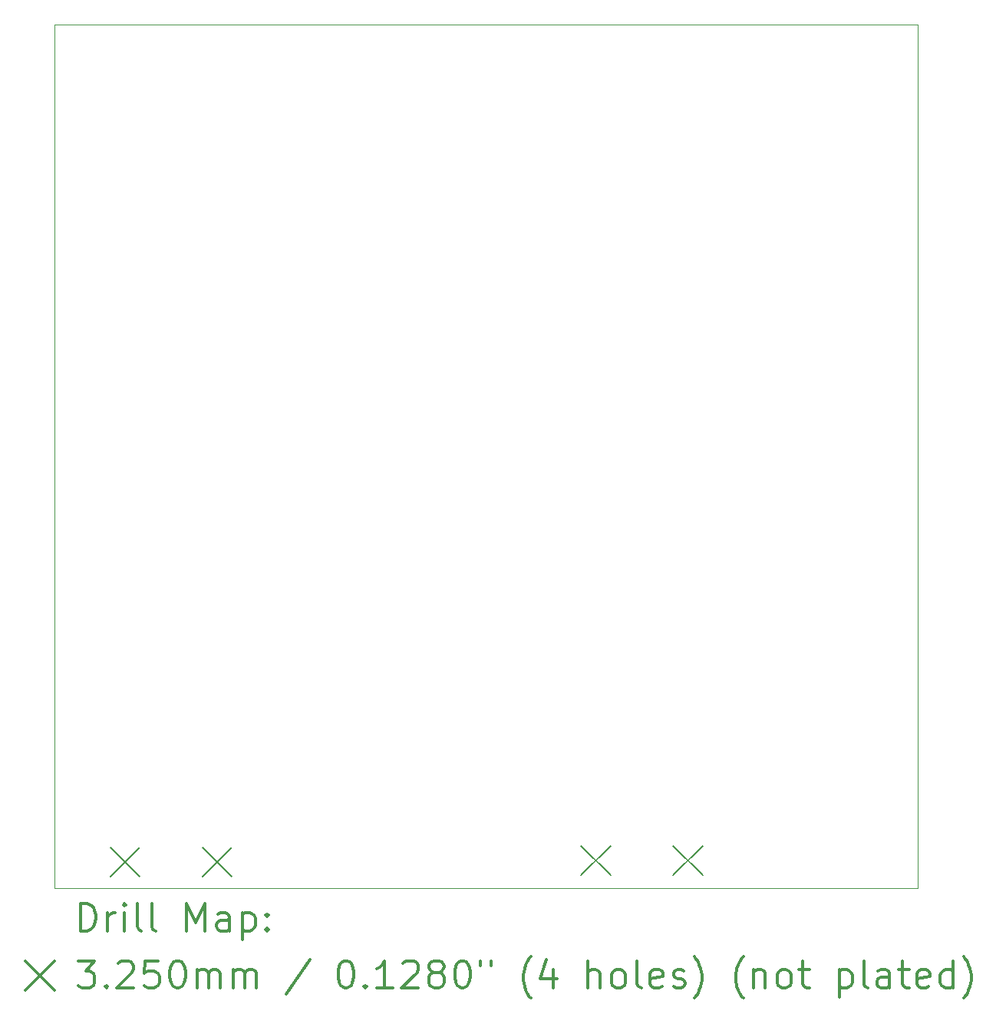
<source format=gbr>
%FSLAX45Y45*%
G04 Gerber Fmt 4.5, Leading zero omitted, Abs format (unit mm)*
G04 Created by KiCad (PCBNEW 5.99.0+really5.1.12+dfsg1-1~bpo11+1) date 2021-12-25 19:54:28*
%MOMM*%
%LPD*%
G01*
G04 APERTURE LIST*
%TA.AperFunction,Profile*%
%ADD10C,0.050000*%
%TD*%
%ADD11C,0.200000*%
%ADD12C,0.300000*%
G04 APERTURE END LIST*
D10*
X12700000Y-14605000D02*
X12700000Y-5080000D01*
X22225000Y-14605000D02*
X12700000Y-14605000D01*
X22225000Y-5080000D02*
X22225000Y-14605000D01*
X12700000Y-5080000D02*
X22225000Y-5080000D01*
D11*
X13311700Y-14150400D02*
X13636700Y-14475400D01*
X13636700Y-14150400D02*
X13311700Y-14475400D01*
X14327700Y-14150400D02*
X14652700Y-14475400D01*
X14652700Y-14150400D02*
X14327700Y-14475400D01*
X18506000Y-14137700D02*
X18831000Y-14462700D01*
X18831000Y-14137700D02*
X18506000Y-14462700D01*
X19522000Y-14137700D02*
X19847000Y-14462700D01*
X19847000Y-14137700D02*
X19522000Y-14462700D01*
D12*
X12983928Y-15073214D02*
X12983928Y-14773214D01*
X13055357Y-14773214D01*
X13098214Y-14787500D01*
X13126786Y-14816071D01*
X13141071Y-14844643D01*
X13155357Y-14901786D01*
X13155357Y-14944643D01*
X13141071Y-15001786D01*
X13126786Y-15030357D01*
X13098214Y-15058929D01*
X13055357Y-15073214D01*
X12983928Y-15073214D01*
X13283928Y-15073214D02*
X13283928Y-14873214D01*
X13283928Y-14930357D02*
X13298214Y-14901786D01*
X13312500Y-14887500D01*
X13341071Y-14873214D01*
X13369643Y-14873214D01*
X13469643Y-15073214D02*
X13469643Y-14873214D01*
X13469643Y-14773214D02*
X13455357Y-14787500D01*
X13469643Y-14801786D01*
X13483928Y-14787500D01*
X13469643Y-14773214D01*
X13469643Y-14801786D01*
X13655357Y-15073214D02*
X13626786Y-15058929D01*
X13612500Y-15030357D01*
X13612500Y-14773214D01*
X13812500Y-15073214D02*
X13783928Y-15058929D01*
X13769643Y-15030357D01*
X13769643Y-14773214D01*
X14155357Y-15073214D02*
X14155357Y-14773214D01*
X14255357Y-14987500D01*
X14355357Y-14773214D01*
X14355357Y-15073214D01*
X14626786Y-15073214D02*
X14626786Y-14916071D01*
X14612500Y-14887500D01*
X14583928Y-14873214D01*
X14526786Y-14873214D01*
X14498214Y-14887500D01*
X14626786Y-15058929D02*
X14598214Y-15073214D01*
X14526786Y-15073214D01*
X14498214Y-15058929D01*
X14483928Y-15030357D01*
X14483928Y-15001786D01*
X14498214Y-14973214D01*
X14526786Y-14958929D01*
X14598214Y-14958929D01*
X14626786Y-14944643D01*
X14769643Y-14873214D02*
X14769643Y-15173214D01*
X14769643Y-14887500D02*
X14798214Y-14873214D01*
X14855357Y-14873214D01*
X14883928Y-14887500D01*
X14898214Y-14901786D01*
X14912500Y-14930357D01*
X14912500Y-15016071D01*
X14898214Y-15044643D01*
X14883928Y-15058929D01*
X14855357Y-15073214D01*
X14798214Y-15073214D01*
X14769643Y-15058929D01*
X15041071Y-15044643D02*
X15055357Y-15058929D01*
X15041071Y-15073214D01*
X15026786Y-15058929D01*
X15041071Y-15044643D01*
X15041071Y-15073214D01*
X15041071Y-14887500D02*
X15055357Y-14901786D01*
X15041071Y-14916071D01*
X15026786Y-14901786D01*
X15041071Y-14887500D01*
X15041071Y-14916071D01*
X12372500Y-15405000D02*
X12697500Y-15730000D01*
X12697500Y-15405000D02*
X12372500Y-15730000D01*
X12955357Y-15403214D02*
X13141071Y-15403214D01*
X13041071Y-15517500D01*
X13083928Y-15517500D01*
X13112500Y-15531786D01*
X13126786Y-15546071D01*
X13141071Y-15574643D01*
X13141071Y-15646071D01*
X13126786Y-15674643D01*
X13112500Y-15688929D01*
X13083928Y-15703214D01*
X12998214Y-15703214D01*
X12969643Y-15688929D01*
X12955357Y-15674643D01*
X13269643Y-15674643D02*
X13283928Y-15688929D01*
X13269643Y-15703214D01*
X13255357Y-15688929D01*
X13269643Y-15674643D01*
X13269643Y-15703214D01*
X13398214Y-15431786D02*
X13412500Y-15417500D01*
X13441071Y-15403214D01*
X13512500Y-15403214D01*
X13541071Y-15417500D01*
X13555357Y-15431786D01*
X13569643Y-15460357D01*
X13569643Y-15488929D01*
X13555357Y-15531786D01*
X13383928Y-15703214D01*
X13569643Y-15703214D01*
X13841071Y-15403214D02*
X13698214Y-15403214D01*
X13683928Y-15546071D01*
X13698214Y-15531786D01*
X13726786Y-15517500D01*
X13798214Y-15517500D01*
X13826786Y-15531786D01*
X13841071Y-15546071D01*
X13855357Y-15574643D01*
X13855357Y-15646071D01*
X13841071Y-15674643D01*
X13826786Y-15688929D01*
X13798214Y-15703214D01*
X13726786Y-15703214D01*
X13698214Y-15688929D01*
X13683928Y-15674643D01*
X14041071Y-15403214D02*
X14069643Y-15403214D01*
X14098214Y-15417500D01*
X14112500Y-15431786D01*
X14126786Y-15460357D01*
X14141071Y-15517500D01*
X14141071Y-15588929D01*
X14126786Y-15646071D01*
X14112500Y-15674643D01*
X14098214Y-15688929D01*
X14069643Y-15703214D01*
X14041071Y-15703214D01*
X14012500Y-15688929D01*
X13998214Y-15674643D01*
X13983928Y-15646071D01*
X13969643Y-15588929D01*
X13969643Y-15517500D01*
X13983928Y-15460357D01*
X13998214Y-15431786D01*
X14012500Y-15417500D01*
X14041071Y-15403214D01*
X14269643Y-15703214D02*
X14269643Y-15503214D01*
X14269643Y-15531786D02*
X14283928Y-15517500D01*
X14312500Y-15503214D01*
X14355357Y-15503214D01*
X14383928Y-15517500D01*
X14398214Y-15546071D01*
X14398214Y-15703214D01*
X14398214Y-15546071D02*
X14412500Y-15517500D01*
X14441071Y-15503214D01*
X14483928Y-15503214D01*
X14512500Y-15517500D01*
X14526786Y-15546071D01*
X14526786Y-15703214D01*
X14669643Y-15703214D02*
X14669643Y-15503214D01*
X14669643Y-15531786D02*
X14683928Y-15517500D01*
X14712500Y-15503214D01*
X14755357Y-15503214D01*
X14783928Y-15517500D01*
X14798214Y-15546071D01*
X14798214Y-15703214D01*
X14798214Y-15546071D02*
X14812500Y-15517500D01*
X14841071Y-15503214D01*
X14883928Y-15503214D01*
X14912500Y-15517500D01*
X14926786Y-15546071D01*
X14926786Y-15703214D01*
X15512500Y-15388929D02*
X15255357Y-15774643D01*
X15898214Y-15403214D02*
X15926786Y-15403214D01*
X15955357Y-15417500D01*
X15969643Y-15431786D01*
X15983928Y-15460357D01*
X15998214Y-15517500D01*
X15998214Y-15588929D01*
X15983928Y-15646071D01*
X15969643Y-15674643D01*
X15955357Y-15688929D01*
X15926786Y-15703214D01*
X15898214Y-15703214D01*
X15869643Y-15688929D01*
X15855357Y-15674643D01*
X15841071Y-15646071D01*
X15826786Y-15588929D01*
X15826786Y-15517500D01*
X15841071Y-15460357D01*
X15855357Y-15431786D01*
X15869643Y-15417500D01*
X15898214Y-15403214D01*
X16126786Y-15674643D02*
X16141071Y-15688929D01*
X16126786Y-15703214D01*
X16112500Y-15688929D01*
X16126786Y-15674643D01*
X16126786Y-15703214D01*
X16426786Y-15703214D02*
X16255357Y-15703214D01*
X16341071Y-15703214D02*
X16341071Y-15403214D01*
X16312500Y-15446071D01*
X16283928Y-15474643D01*
X16255357Y-15488929D01*
X16541071Y-15431786D02*
X16555357Y-15417500D01*
X16583928Y-15403214D01*
X16655357Y-15403214D01*
X16683928Y-15417500D01*
X16698214Y-15431786D01*
X16712500Y-15460357D01*
X16712500Y-15488929D01*
X16698214Y-15531786D01*
X16526786Y-15703214D01*
X16712500Y-15703214D01*
X16883928Y-15531786D02*
X16855357Y-15517500D01*
X16841071Y-15503214D01*
X16826786Y-15474643D01*
X16826786Y-15460357D01*
X16841071Y-15431786D01*
X16855357Y-15417500D01*
X16883928Y-15403214D01*
X16941071Y-15403214D01*
X16969643Y-15417500D01*
X16983928Y-15431786D01*
X16998214Y-15460357D01*
X16998214Y-15474643D01*
X16983928Y-15503214D01*
X16969643Y-15517500D01*
X16941071Y-15531786D01*
X16883928Y-15531786D01*
X16855357Y-15546071D01*
X16841071Y-15560357D01*
X16826786Y-15588929D01*
X16826786Y-15646071D01*
X16841071Y-15674643D01*
X16855357Y-15688929D01*
X16883928Y-15703214D01*
X16941071Y-15703214D01*
X16969643Y-15688929D01*
X16983928Y-15674643D01*
X16998214Y-15646071D01*
X16998214Y-15588929D01*
X16983928Y-15560357D01*
X16969643Y-15546071D01*
X16941071Y-15531786D01*
X17183928Y-15403214D02*
X17212500Y-15403214D01*
X17241071Y-15417500D01*
X17255357Y-15431786D01*
X17269643Y-15460357D01*
X17283928Y-15517500D01*
X17283928Y-15588929D01*
X17269643Y-15646071D01*
X17255357Y-15674643D01*
X17241071Y-15688929D01*
X17212500Y-15703214D01*
X17183928Y-15703214D01*
X17155357Y-15688929D01*
X17141071Y-15674643D01*
X17126786Y-15646071D01*
X17112500Y-15588929D01*
X17112500Y-15517500D01*
X17126786Y-15460357D01*
X17141071Y-15431786D01*
X17155357Y-15417500D01*
X17183928Y-15403214D01*
X17398214Y-15403214D02*
X17398214Y-15460357D01*
X17512500Y-15403214D02*
X17512500Y-15460357D01*
X17955357Y-15817500D02*
X17941071Y-15803214D01*
X17912500Y-15760357D01*
X17898214Y-15731786D01*
X17883928Y-15688929D01*
X17869643Y-15617500D01*
X17869643Y-15560357D01*
X17883928Y-15488929D01*
X17898214Y-15446071D01*
X17912500Y-15417500D01*
X17941071Y-15374643D01*
X17955357Y-15360357D01*
X18198214Y-15503214D02*
X18198214Y-15703214D01*
X18126786Y-15388929D02*
X18055357Y-15603214D01*
X18241071Y-15603214D01*
X18583928Y-15703214D02*
X18583928Y-15403214D01*
X18712500Y-15703214D02*
X18712500Y-15546071D01*
X18698214Y-15517500D01*
X18669643Y-15503214D01*
X18626786Y-15503214D01*
X18598214Y-15517500D01*
X18583928Y-15531786D01*
X18898214Y-15703214D02*
X18869643Y-15688929D01*
X18855357Y-15674643D01*
X18841071Y-15646071D01*
X18841071Y-15560357D01*
X18855357Y-15531786D01*
X18869643Y-15517500D01*
X18898214Y-15503214D01*
X18941071Y-15503214D01*
X18969643Y-15517500D01*
X18983928Y-15531786D01*
X18998214Y-15560357D01*
X18998214Y-15646071D01*
X18983928Y-15674643D01*
X18969643Y-15688929D01*
X18941071Y-15703214D01*
X18898214Y-15703214D01*
X19169643Y-15703214D02*
X19141071Y-15688929D01*
X19126786Y-15660357D01*
X19126786Y-15403214D01*
X19398214Y-15688929D02*
X19369643Y-15703214D01*
X19312500Y-15703214D01*
X19283928Y-15688929D01*
X19269643Y-15660357D01*
X19269643Y-15546071D01*
X19283928Y-15517500D01*
X19312500Y-15503214D01*
X19369643Y-15503214D01*
X19398214Y-15517500D01*
X19412500Y-15546071D01*
X19412500Y-15574643D01*
X19269643Y-15603214D01*
X19526786Y-15688929D02*
X19555357Y-15703214D01*
X19612500Y-15703214D01*
X19641071Y-15688929D01*
X19655357Y-15660357D01*
X19655357Y-15646071D01*
X19641071Y-15617500D01*
X19612500Y-15603214D01*
X19569643Y-15603214D01*
X19541071Y-15588929D01*
X19526786Y-15560357D01*
X19526786Y-15546071D01*
X19541071Y-15517500D01*
X19569643Y-15503214D01*
X19612500Y-15503214D01*
X19641071Y-15517500D01*
X19755357Y-15817500D02*
X19769643Y-15803214D01*
X19798214Y-15760357D01*
X19812500Y-15731786D01*
X19826786Y-15688929D01*
X19841071Y-15617500D01*
X19841071Y-15560357D01*
X19826786Y-15488929D01*
X19812500Y-15446071D01*
X19798214Y-15417500D01*
X19769643Y-15374643D01*
X19755357Y-15360357D01*
X20298214Y-15817500D02*
X20283928Y-15803214D01*
X20255357Y-15760357D01*
X20241071Y-15731786D01*
X20226786Y-15688929D01*
X20212500Y-15617500D01*
X20212500Y-15560357D01*
X20226786Y-15488929D01*
X20241071Y-15446071D01*
X20255357Y-15417500D01*
X20283928Y-15374643D01*
X20298214Y-15360357D01*
X20412500Y-15503214D02*
X20412500Y-15703214D01*
X20412500Y-15531786D02*
X20426786Y-15517500D01*
X20455357Y-15503214D01*
X20498214Y-15503214D01*
X20526786Y-15517500D01*
X20541071Y-15546071D01*
X20541071Y-15703214D01*
X20726786Y-15703214D02*
X20698214Y-15688929D01*
X20683928Y-15674643D01*
X20669643Y-15646071D01*
X20669643Y-15560357D01*
X20683928Y-15531786D01*
X20698214Y-15517500D01*
X20726786Y-15503214D01*
X20769643Y-15503214D01*
X20798214Y-15517500D01*
X20812500Y-15531786D01*
X20826786Y-15560357D01*
X20826786Y-15646071D01*
X20812500Y-15674643D01*
X20798214Y-15688929D01*
X20769643Y-15703214D01*
X20726786Y-15703214D01*
X20912500Y-15503214D02*
X21026786Y-15503214D01*
X20955357Y-15403214D02*
X20955357Y-15660357D01*
X20969643Y-15688929D01*
X20998214Y-15703214D01*
X21026786Y-15703214D01*
X21355357Y-15503214D02*
X21355357Y-15803214D01*
X21355357Y-15517500D02*
X21383928Y-15503214D01*
X21441071Y-15503214D01*
X21469643Y-15517500D01*
X21483928Y-15531786D01*
X21498214Y-15560357D01*
X21498214Y-15646071D01*
X21483928Y-15674643D01*
X21469643Y-15688929D01*
X21441071Y-15703214D01*
X21383928Y-15703214D01*
X21355357Y-15688929D01*
X21669643Y-15703214D02*
X21641071Y-15688929D01*
X21626786Y-15660357D01*
X21626786Y-15403214D01*
X21912500Y-15703214D02*
X21912500Y-15546071D01*
X21898214Y-15517500D01*
X21869643Y-15503214D01*
X21812500Y-15503214D01*
X21783928Y-15517500D01*
X21912500Y-15688929D02*
X21883928Y-15703214D01*
X21812500Y-15703214D01*
X21783928Y-15688929D01*
X21769643Y-15660357D01*
X21769643Y-15631786D01*
X21783928Y-15603214D01*
X21812500Y-15588929D01*
X21883928Y-15588929D01*
X21912500Y-15574643D01*
X22012500Y-15503214D02*
X22126786Y-15503214D01*
X22055357Y-15403214D02*
X22055357Y-15660357D01*
X22069643Y-15688929D01*
X22098214Y-15703214D01*
X22126786Y-15703214D01*
X22341071Y-15688929D02*
X22312500Y-15703214D01*
X22255357Y-15703214D01*
X22226786Y-15688929D01*
X22212500Y-15660357D01*
X22212500Y-15546071D01*
X22226786Y-15517500D01*
X22255357Y-15503214D01*
X22312500Y-15503214D01*
X22341071Y-15517500D01*
X22355357Y-15546071D01*
X22355357Y-15574643D01*
X22212500Y-15603214D01*
X22612500Y-15703214D02*
X22612500Y-15403214D01*
X22612500Y-15688929D02*
X22583928Y-15703214D01*
X22526786Y-15703214D01*
X22498214Y-15688929D01*
X22483928Y-15674643D01*
X22469643Y-15646071D01*
X22469643Y-15560357D01*
X22483928Y-15531786D01*
X22498214Y-15517500D01*
X22526786Y-15503214D01*
X22583928Y-15503214D01*
X22612500Y-15517500D01*
X22726786Y-15817500D02*
X22741071Y-15803214D01*
X22769643Y-15760357D01*
X22783928Y-15731786D01*
X22798214Y-15688929D01*
X22812500Y-15617500D01*
X22812500Y-15560357D01*
X22798214Y-15488929D01*
X22783928Y-15446071D01*
X22769643Y-15417500D01*
X22741071Y-15374643D01*
X22726786Y-15360357D01*
M02*

</source>
